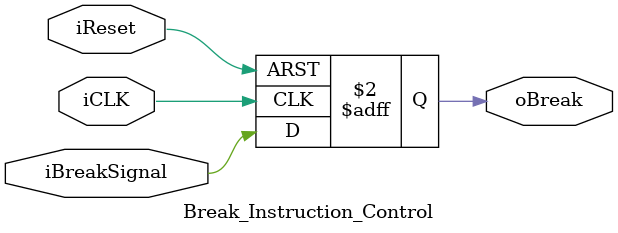
<source format=v>
module Break_Instruction_Control(
	input wire iCLK,
	input wire iBreakSignal,
	input wire iReset,
	output wire oBreak
);

always @(negedge iCLK or posedge iReset) begin
	if(iReset)
		oBreak <= 1'b0;
	else
		oBreak <= iBreakSignal;
end

endmodule

</source>
